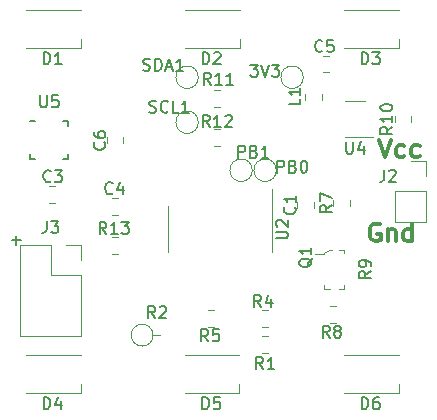
<source format=gbr>
%TF.GenerationSoftware,KiCad,Pcbnew,5.1.6*%
%TF.CreationDate,2020-10-24T08:35:36+02:00*%
%TF.ProjectId,MoCoBiBa_no_charger,4d6f436f-4269-4426-915f-6e6f5f636861,rev?*%
%TF.SameCoordinates,Original*%
%TF.FileFunction,Legend,Top*%
%TF.FilePolarity,Positive*%
%FSLAX46Y46*%
G04 Gerber Fmt 4.6, Leading zero omitted, Abs format (unit mm)*
G04 Created by KiCad (PCBNEW 5.1.6) date 2020-10-24 08:35:36*
%MOMM*%
%LPD*%
G01*
G04 APERTURE LIST*
%ADD10C,0.200000*%
%ADD11C,0.300000*%
%ADD12C,0.120000*%
%ADD13C,0.100000*%
%ADD14C,0.150000*%
G04 APERTURE END LIST*
D10*
X32131047Y-51887428D02*
X32892952Y-51887428D01*
X32512000Y-52268380D02*
X32512000Y-51506476D01*
D11*
X63297714Y-50558000D02*
X63154857Y-50486571D01*
X62940571Y-50486571D01*
X62726285Y-50558000D01*
X62583428Y-50700857D01*
X62512000Y-50843714D01*
X62440571Y-51129428D01*
X62440571Y-51343714D01*
X62512000Y-51629428D01*
X62583428Y-51772285D01*
X62726285Y-51915142D01*
X62940571Y-51986571D01*
X63083428Y-51986571D01*
X63297714Y-51915142D01*
X63369142Y-51843714D01*
X63369142Y-51343714D01*
X63083428Y-51343714D01*
X64012000Y-50986571D02*
X64012000Y-51986571D01*
X64012000Y-51129428D02*
X64083428Y-51058000D01*
X64226285Y-50986571D01*
X64440571Y-50986571D01*
X64583428Y-51058000D01*
X64654857Y-51200857D01*
X64654857Y-51986571D01*
X66012000Y-51986571D02*
X66012000Y-50486571D01*
X66012000Y-51915142D02*
X65869142Y-51986571D01*
X65583428Y-51986571D01*
X65440571Y-51915142D01*
X65369142Y-51843714D01*
X65297714Y-51700857D01*
X65297714Y-51272285D01*
X65369142Y-51129428D01*
X65440571Y-51058000D01*
X65583428Y-50986571D01*
X65869142Y-50986571D01*
X66012000Y-51058000D01*
X63238285Y-43374571D02*
X63738285Y-44874571D01*
X64238285Y-43374571D01*
X65381142Y-44803142D02*
X65238285Y-44874571D01*
X64952571Y-44874571D01*
X64809714Y-44803142D01*
X64738285Y-44731714D01*
X64666857Y-44588857D01*
X64666857Y-44160285D01*
X64738285Y-44017428D01*
X64809714Y-43946000D01*
X64952571Y-43874571D01*
X65238285Y-43874571D01*
X65381142Y-43946000D01*
X66666857Y-44803142D02*
X66524000Y-44874571D01*
X66238285Y-44874571D01*
X66095428Y-44803142D01*
X66024000Y-44731714D01*
X65952571Y-44588857D01*
X65952571Y-44160285D01*
X66024000Y-44017428D01*
X66095428Y-43946000D01*
X66238285Y-43874571D01*
X66524000Y-43874571D01*
X66666857Y-43946000D01*
D12*
%TO.C,R2*%
X44100000Y-59944000D02*
X44720000Y-59944000D01*
X44100000Y-59944000D02*
G75*
G03*
X44100000Y-59944000I-920000J0D01*
G01*
%TO.C,R1*%
X53846252Y-59996000D02*
X53323748Y-59996000D01*
X53846252Y-61416000D02*
X53323748Y-61416000D01*
%TO.C,3V3*%
X56830000Y-38100000D02*
G75*
G03*
X56830000Y-38100000I-950000J0D01*
G01*
%TO.C,SCL1*%
X47940000Y-41910000D02*
G75*
G03*
X47940000Y-41910000I-950000J0D01*
G01*
%TO.C,SDA1*%
X47940000Y-38100000D02*
G75*
G03*
X47940000Y-38100000I-950000J0D01*
G01*
%TO.C,PB1*%
X52512000Y-45974000D02*
G75*
G03*
X52512000Y-45974000I-950000J0D01*
G01*
%TO.C,PB0*%
X54544000Y-45974000D02*
G75*
G03*
X54544000Y-45974000I-950000J0D01*
G01*
%TO.C,C1*%
X56313000Y-48642748D02*
X56313000Y-49165252D01*
X57733000Y-48642748D02*
X57733000Y-49165252D01*
%TO.C,C5*%
X58454548Y-37692400D02*
X58977052Y-37692400D01*
X58454548Y-36272400D02*
X58977052Y-36272400D01*
%TO.C,C3*%
X35307748Y-48716000D02*
X35830252Y-48716000D01*
X35307748Y-47296000D02*
X35830252Y-47296000D01*
%TO.C,R12*%
X49800252Y-42470000D02*
X49277748Y-42470000D01*
X49800252Y-43890000D02*
X49277748Y-43890000D01*
%TO.C,R11*%
X49800252Y-39168000D02*
X49277748Y-39168000D01*
X49800252Y-40588000D02*
X49277748Y-40588000D01*
%TO.C,D6*%
X64908000Y-64846000D02*
X64908000Y-64046000D01*
X60258000Y-64846000D02*
X64908000Y-64846000D01*
X60258000Y-61646000D02*
X64908000Y-61646000D01*
%TO.C,D5*%
X51422000Y-64846000D02*
X51422000Y-64046000D01*
X46772000Y-64846000D02*
X51422000Y-64846000D01*
X46772000Y-61646000D02*
X51422000Y-61646000D01*
%TO.C,D1*%
X37984000Y-35636000D02*
X37984000Y-34836000D01*
X33334000Y-35636000D02*
X37984000Y-35636000D01*
X33334000Y-32436000D02*
X37984000Y-32436000D01*
%TO.C,C4*%
X40641748Y-49732000D02*
X41164252Y-49732000D01*
X40641748Y-48312000D02*
X41164252Y-48312000D01*
%TO.C,C6*%
X41604000Y-43181748D02*
X41604000Y-43704252D01*
X40184000Y-43181748D02*
X40184000Y-43704252D01*
%TO.C,D2*%
X46796000Y-32436000D02*
X51446000Y-32436000D01*
X46796000Y-35636000D02*
X51446000Y-35636000D01*
X51446000Y-35636000D02*
X51446000Y-34836000D01*
%TO.C,D3*%
X64908000Y-35636000D02*
X64908000Y-34836000D01*
X60258000Y-35636000D02*
X64908000Y-35636000D01*
X60258000Y-32436000D02*
X64908000Y-32436000D01*
%TO.C,D4*%
X33334000Y-61646000D02*
X37984000Y-61646000D01*
X33334000Y-64846000D02*
X37984000Y-64846000D01*
X37984000Y-64846000D02*
X37984000Y-64046000D01*
%TO.C,J2*%
X64583000Y-47752000D02*
X67243000Y-47752000D01*
X64583000Y-47752000D02*
X64583000Y-50352000D01*
X64583000Y-50352000D02*
X67243000Y-50352000D01*
X67243000Y-47752000D02*
X67243000Y-50352000D01*
X67243000Y-45152000D02*
X67243000Y-46482000D01*
X65913000Y-45152000D02*
X67243000Y-45152000D01*
%TO.C,J3*%
X32833000Y-52264000D02*
X35433000Y-52264000D01*
X32833000Y-52264000D02*
X32833000Y-60004000D01*
X32833000Y-60004000D02*
X38033000Y-60004000D01*
X38033000Y-54864000D02*
X38033000Y-60004000D01*
X35433000Y-54864000D02*
X38033000Y-54864000D01*
X35433000Y-52264000D02*
X35433000Y-54864000D01*
X38033000Y-52264000D02*
X38033000Y-53594000D01*
X36703000Y-52264000D02*
X38033000Y-52264000D01*
%TO.C,L1*%
X56998800Y-40046652D02*
X56998800Y-39524148D01*
X58418800Y-40046652D02*
X58418800Y-39524148D01*
D13*
%TO.C,Q1*%
X59261000Y-52706000D02*
X58986000Y-52706000D01*
X58986000Y-52706000D02*
X58611000Y-52981000D01*
X58611000Y-52981000D02*
X58611000Y-53031000D01*
X58611000Y-53031000D02*
X57836000Y-53031000D01*
X59086000Y-56006000D02*
X58611000Y-56006000D01*
X58611000Y-56006000D02*
X58611000Y-55656000D01*
X60261000Y-55781000D02*
X60261000Y-55656000D01*
X60261000Y-55706000D02*
X60261000Y-56006000D01*
X60261000Y-56006000D02*
X59811000Y-56006000D01*
X59886000Y-52706000D02*
X60261000Y-52706000D01*
X60261000Y-52706000D02*
X60261000Y-53006000D01*
D12*
%TO.C,R4*%
X53846252Y-59257000D02*
X53323748Y-59257000D01*
X53846252Y-57837000D02*
X53323748Y-57837000D01*
%TO.C,R5*%
X49274252Y-59257000D02*
X48751748Y-59257000D01*
X49274252Y-57837000D02*
X48751748Y-57837000D01*
%TO.C,R7*%
X60781000Y-48497748D02*
X60781000Y-49020252D01*
X59361000Y-48497748D02*
X59361000Y-49020252D01*
%TO.C,R8*%
X59056748Y-58876000D02*
X59579252Y-58876000D01*
X59056748Y-57456000D02*
X59579252Y-57456000D01*
%TO.C,R10*%
X64568000Y-41394748D02*
X64568000Y-41917252D01*
X65988000Y-41394748D02*
X65988000Y-41917252D01*
%TO.C,R13*%
X40641748Y-53034000D02*
X41164252Y-53034000D01*
X40641748Y-51614000D02*
X41164252Y-51614000D01*
%TO.C,U2*%
X45349000Y-50989000D02*
X45349000Y-52939000D01*
X45349000Y-50989000D02*
X45349000Y-49039000D01*
X54219000Y-50989000D02*
X54219000Y-52939000D01*
X54219000Y-50989000D02*
X54219000Y-47539000D01*
%TO.C,U4*%
X62094000Y-40096000D02*
X60334000Y-40096000D01*
X60334000Y-43166000D02*
X62764000Y-43166000D01*
D14*
%TO.C,U5*%
X33706000Y-45034000D02*
X33706000Y-44634000D01*
X33706000Y-45034000D02*
X34106000Y-45034000D01*
X36906000Y-45034000D02*
X36906000Y-44634000D01*
X36906000Y-45034000D02*
X36506000Y-45034000D01*
X36906000Y-41834000D02*
X36906000Y-42234000D01*
X36906000Y-41834000D02*
X36506000Y-41834000D01*
X33706000Y-41834000D02*
X34106000Y-41834000D01*
%TO.C,R2*%
X44283333Y-58476380D02*
X43950000Y-58000190D01*
X43711904Y-58476380D02*
X43711904Y-57476380D01*
X44092857Y-57476380D01*
X44188095Y-57524000D01*
X44235714Y-57571619D01*
X44283333Y-57666857D01*
X44283333Y-57809714D01*
X44235714Y-57904952D01*
X44188095Y-57952571D01*
X44092857Y-58000190D01*
X43711904Y-58000190D01*
X44664285Y-57571619D02*
X44711904Y-57524000D01*
X44807142Y-57476380D01*
X45045238Y-57476380D01*
X45140476Y-57524000D01*
X45188095Y-57571619D01*
X45235714Y-57666857D01*
X45235714Y-57762095D01*
X45188095Y-57904952D01*
X44616666Y-58476380D01*
X45235714Y-58476380D01*
%TO.C,R1*%
X53418333Y-62808380D02*
X53085000Y-62332190D01*
X52846904Y-62808380D02*
X52846904Y-61808380D01*
X53227857Y-61808380D01*
X53323095Y-61856000D01*
X53370714Y-61903619D01*
X53418333Y-61998857D01*
X53418333Y-62141714D01*
X53370714Y-62236952D01*
X53323095Y-62284571D01*
X53227857Y-62332190D01*
X52846904Y-62332190D01*
X54370714Y-62808380D02*
X53799285Y-62808380D01*
X54085000Y-62808380D02*
X54085000Y-61808380D01*
X53989761Y-61951238D01*
X53894523Y-62046476D01*
X53799285Y-62094095D01*
%TO.C,3V3*%
X52355904Y-37044380D02*
X52974952Y-37044380D01*
X52641619Y-37425333D01*
X52784476Y-37425333D01*
X52879714Y-37472952D01*
X52927333Y-37520571D01*
X52974952Y-37615809D01*
X52974952Y-37853904D01*
X52927333Y-37949142D01*
X52879714Y-37996761D01*
X52784476Y-38044380D01*
X52498761Y-38044380D01*
X52403523Y-37996761D01*
X52355904Y-37949142D01*
X53260666Y-37044380D02*
X53594000Y-38044380D01*
X53927333Y-37044380D01*
X54165428Y-37044380D02*
X54784476Y-37044380D01*
X54451142Y-37425333D01*
X54594000Y-37425333D01*
X54689238Y-37472952D01*
X54736857Y-37520571D01*
X54784476Y-37615809D01*
X54784476Y-37853904D01*
X54736857Y-37949142D01*
X54689238Y-37996761D01*
X54594000Y-38044380D01*
X54308285Y-38044380D01*
X54213047Y-37996761D01*
X54165428Y-37949142D01*
%TO.C,SCL1*%
X43799333Y-41044761D02*
X43942190Y-41092380D01*
X44180285Y-41092380D01*
X44275523Y-41044761D01*
X44323142Y-40997142D01*
X44370761Y-40901904D01*
X44370761Y-40806666D01*
X44323142Y-40711428D01*
X44275523Y-40663809D01*
X44180285Y-40616190D01*
X43989809Y-40568571D01*
X43894571Y-40520952D01*
X43846952Y-40473333D01*
X43799333Y-40378095D01*
X43799333Y-40282857D01*
X43846952Y-40187619D01*
X43894571Y-40140000D01*
X43989809Y-40092380D01*
X44227904Y-40092380D01*
X44370761Y-40140000D01*
X45370761Y-40997142D02*
X45323142Y-41044761D01*
X45180285Y-41092380D01*
X45085047Y-41092380D01*
X44942190Y-41044761D01*
X44846952Y-40949523D01*
X44799333Y-40854285D01*
X44751714Y-40663809D01*
X44751714Y-40520952D01*
X44799333Y-40330476D01*
X44846952Y-40235238D01*
X44942190Y-40140000D01*
X45085047Y-40092380D01*
X45180285Y-40092380D01*
X45323142Y-40140000D01*
X45370761Y-40187619D01*
X46275523Y-41092380D02*
X45799333Y-41092380D01*
X45799333Y-40092380D01*
X47132666Y-41092380D02*
X46561238Y-41092380D01*
X46846952Y-41092380D02*
X46846952Y-40092380D01*
X46751714Y-40235238D01*
X46656476Y-40330476D01*
X46561238Y-40378095D01*
%TO.C,SDA1*%
X43267523Y-37488761D02*
X43410380Y-37536380D01*
X43648476Y-37536380D01*
X43743714Y-37488761D01*
X43791333Y-37441142D01*
X43838952Y-37345904D01*
X43838952Y-37250666D01*
X43791333Y-37155428D01*
X43743714Y-37107809D01*
X43648476Y-37060190D01*
X43458000Y-37012571D01*
X43362761Y-36964952D01*
X43315142Y-36917333D01*
X43267523Y-36822095D01*
X43267523Y-36726857D01*
X43315142Y-36631619D01*
X43362761Y-36584000D01*
X43458000Y-36536380D01*
X43696095Y-36536380D01*
X43838952Y-36584000D01*
X44267523Y-37536380D02*
X44267523Y-36536380D01*
X44505619Y-36536380D01*
X44648476Y-36584000D01*
X44743714Y-36679238D01*
X44791333Y-36774476D01*
X44838952Y-36964952D01*
X44838952Y-37107809D01*
X44791333Y-37298285D01*
X44743714Y-37393523D01*
X44648476Y-37488761D01*
X44505619Y-37536380D01*
X44267523Y-37536380D01*
X45219904Y-37250666D02*
X45696095Y-37250666D01*
X45124666Y-37536380D02*
X45458000Y-36536380D01*
X45791333Y-37536380D01*
X46648476Y-37536380D02*
X46077047Y-37536380D01*
X46362761Y-37536380D02*
X46362761Y-36536380D01*
X46267523Y-36679238D01*
X46172285Y-36774476D01*
X46077047Y-36822095D01*
%TO.C,PB1*%
X51339904Y-44902380D02*
X51339904Y-43902380D01*
X51720857Y-43902380D01*
X51816095Y-43950000D01*
X51863714Y-43997619D01*
X51911333Y-44092857D01*
X51911333Y-44235714D01*
X51863714Y-44330952D01*
X51816095Y-44378571D01*
X51720857Y-44426190D01*
X51339904Y-44426190D01*
X52673238Y-44378571D02*
X52816095Y-44426190D01*
X52863714Y-44473809D01*
X52911333Y-44569047D01*
X52911333Y-44711904D01*
X52863714Y-44807142D01*
X52816095Y-44854761D01*
X52720857Y-44902380D01*
X52339904Y-44902380D01*
X52339904Y-43902380D01*
X52673238Y-43902380D01*
X52768476Y-43950000D01*
X52816095Y-43997619D01*
X52863714Y-44092857D01*
X52863714Y-44188095D01*
X52816095Y-44283333D01*
X52768476Y-44330952D01*
X52673238Y-44378571D01*
X52339904Y-44378571D01*
X53863714Y-44902380D02*
X53292285Y-44902380D01*
X53578000Y-44902380D02*
X53578000Y-43902380D01*
X53482761Y-44045238D01*
X53387523Y-44140476D01*
X53292285Y-44188095D01*
%TO.C,PB0*%
X54641904Y-46172380D02*
X54641904Y-45172380D01*
X55022857Y-45172380D01*
X55118095Y-45220000D01*
X55165714Y-45267619D01*
X55213333Y-45362857D01*
X55213333Y-45505714D01*
X55165714Y-45600952D01*
X55118095Y-45648571D01*
X55022857Y-45696190D01*
X54641904Y-45696190D01*
X55975238Y-45648571D02*
X56118095Y-45696190D01*
X56165714Y-45743809D01*
X56213333Y-45839047D01*
X56213333Y-45981904D01*
X56165714Y-46077142D01*
X56118095Y-46124761D01*
X56022857Y-46172380D01*
X55641904Y-46172380D01*
X55641904Y-45172380D01*
X55975238Y-45172380D01*
X56070476Y-45220000D01*
X56118095Y-45267619D01*
X56165714Y-45362857D01*
X56165714Y-45458095D01*
X56118095Y-45553333D01*
X56070476Y-45600952D01*
X55975238Y-45648571D01*
X55641904Y-45648571D01*
X56832380Y-45172380D02*
X56927619Y-45172380D01*
X57022857Y-45220000D01*
X57070476Y-45267619D01*
X57118095Y-45362857D01*
X57165714Y-45553333D01*
X57165714Y-45791428D01*
X57118095Y-45981904D01*
X57070476Y-46077142D01*
X57022857Y-46124761D01*
X56927619Y-46172380D01*
X56832380Y-46172380D01*
X56737142Y-46124761D01*
X56689523Y-46077142D01*
X56641904Y-45981904D01*
X56594285Y-45791428D01*
X56594285Y-45553333D01*
X56641904Y-45362857D01*
X56689523Y-45267619D01*
X56737142Y-45220000D01*
X56832380Y-45172380D01*
%TO.C,C1*%
X56084742Y-49087066D02*
X56132361Y-49134685D01*
X56179980Y-49277542D01*
X56179980Y-49372780D01*
X56132361Y-49515638D01*
X56037123Y-49610876D01*
X55941885Y-49658495D01*
X55751409Y-49706114D01*
X55608552Y-49706114D01*
X55418076Y-49658495D01*
X55322838Y-49610876D01*
X55227600Y-49515638D01*
X55179980Y-49372780D01*
X55179980Y-49277542D01*
X55227600Y-49134685D01*
X55275219Y-49087066D01*
X56179980Y-48134685D02*
X56179980Y-48706114D01*
X56179980Y-48420400D02*
X55179980Y-48420400D01*
X55322838Y-48515638D01*
X55418076Y-48610876D01*
X55465695Y-48706114D01*
%TO.C,C5*%
X58447533Y-35866342D02*
X58399914Y-35913961D01*
X58257057Y-35961580D01*
X58161819Y-35961580D01*
X58018961Y-35913961D01*
X57923723Y-35818723D01*
X57876104Y-35723485D01*
X57828485Y-35533009D01*
X57828485Y-35390152D01*
X57876104Y-35199676D01*
X57923723Y-35104438D01*
X58018961Y-35009200D01*
X58161819Y-34961580D01*
X58257057Y-34961580D01*
X58399914Y-35009200D01*
X58447533Y-35056819D01*
X59352295Y-34961580D02*
X58876104Y-34961580D01*
X58828485Y-35437771D01*
X58876104Y-35390152D01*
X58971342Y-35342533D01*
X59209438Y-35342533D01*
X59304676Y-35390152D01*
X59352295Y-35437771D01*
X59399914Y-35533009D01*
X59399914Y-35771104D01*
X59352295Y-35866342D01*
X59304676Y-35913961D01*
X59209438Y-35961580D01*
X58971342Y-35961580D01*
X58876104Y-35913961D01*
X58828485Y-35866342D01*
%TO.C,C3*%
X35444133Y-46889942D02*
X35396514Y-46937561D01*
X35253657Y-46985180D01*
X35158419Y-46985180D01*
X35015561Y-46937561D01*
X34920323Y-46842323D01*
X34872704Y-46747085D01*
X34825085Y-46556609D01*
X34825085Y-46413752D01*
X34872704Y-46223276D01*
X34920323Y-46128038D01*
X35015561Y-46032800D01*
X35158419Y-45985180D01*
X35253657Y-45985180D01*
X35396514Y-46032800D01*
X35444133Y-46080419D01*
X35777466Y-45985180D02*
X36396514Y-45985180D01*
X36063180Y-46366133D01*
X36206038Y-46366133D01*
X36301276Y-46413752D01*
X36348895Y-46461371D01*
X36396514Y-46556609D01*
X36396514Y-46794704D01*
X36348895Y-46889942D01*
X36301276Y-46937561D01*
X36206038Y-46985180D01*
X35920323Y-46985180D01*
X35825085Y-46937561D01*
X35777466Y-46889942D01*
%TO.C,R12*%
X48887142Y-42311580D02*
X48553809Y-41835390D01*
X48315714Y-42311580D02*
X48315714Y-41311580D01*
X48696666Y-41311580D01*
X48791904Y-41359200D01*
X48839523Y-41406819D01*
X48887142Y-41502057D01*
X48887142Y-41644914D01*
X48839523Y-41740152D01*
X48791904Y-41787771D01*
X48696666Y-41835390D01*
X48315714Y-41835390D01*
X49839523Y-42311580D02*
X49268095Y-42311580D01*
X49553809Y-42311580D02*
X49553809Y-41311580D01*
X49458571Y-41454438D01*
X49363333Y-41549676D01*
X49268095Y-41597295D01*
X50220476Y-41406819D02*
X50268095Y-41359200D01*
X50363333Y-41311580D01*
X50601428Y-41311580D01*
X50696666Y-41359200D01*
X50744285Y-41406819D01*
X50791904Y-41502057D01*
X50791904Y-41597295D01*
X50744285Y-41740152D01*
X50172857Y-42311580D01*
X50791904Y-42311580D01*
%TO.C,R11*%
X48988742Y-38730180D02*
X48655409Y-38253990D01*
X48417314Y-38730180D02*
X48417314Y-37730180D01*
X48798266Y-37730180D01*
X48893504Y-37777800D01*
X48941123Y-37825419D01*
X48988742Y-37920657D01*
X48988742Y-38063514D01*
X48941123Y-38158752D01*
X48893504Y-38206371D01*
X48798266Y-38253990D01*
X48417314Y-38253990D01*
X49941123Y-38730180D02*
X49369695Y-38730180D01*
X49655409Y-38730180D02*
X49655409Y-37730180D01*
X49560171Y-37873038D01*
X49464933Y-37968276D01*
X49369695Y-38015895D01*
X50893504Y-38730180D02*
X50322076Y-38730180D01*
X50607790Y-38730180D02*
X50607790Y-37730180D01*
X50512552Y-37873038D01*
X50417314Y-37968276D01*
X50322076Y-38015895D01*
%TO.C,D6*%
X61769904Y-66198380D02*
X61769904Y-65198380D01*
X62008000Y-65198380D01*
X62150857Y-65246000D01*
X62246095Y-65341238D01*
X62293714Y-65436476D01*
X62341333Y-65626952D01*
X62341333Y-65769809D01*
X62293714Y-65960285D01*
X62246095Y-66055523D01*
X62150857Y-66150761D01*
X62008000Y-66198380D01*
X61769904Y-66198380D01*
X63198476Y-65198380D02*
X63008000Y-65198380D01*
X62912761Y-65246000D01*
X62865142Y-65293619D01*
X62769904Y-65436476D01*
X62722285Y-65626952D01*
X62722285Y-66007904D01*
X62769904Y-66103142D01*
X62817523Y-66150761D01*
X62912761Y-66198380D01*
X63103238Y-66198380D01*
X63198476Y-66150761D01*
X63246095Y-66103142D01*
X63293714Y-66007904D01*
X63293714Y-65769809D01*
X63246095Y-65674571D01*
X63198476Y-65626952D01*
X63103238Y-65579333D01*
X62912761Y-65579333D01*
X62817523Y-65626952D01*
X62769904Y-65674571D01*
X62722285Y-65769809D01*
%TO.C,D5*%
X48283904Y-66198380D02*
X48283904Y-65198380D01*
X48522000Y-65198380D01*
X48664857Y-65246000D01*
X48760095Y-65341238D01*
X48807714Y-65436476D01*
X48855333Y-65626952D01*
X48855333Y-65769809D01*
X48807714Y-65960285D01*
X48760095Y-66055523D01*
X48664857Y-66150761D01*
X48522000Y-66198380D01*
X48283904Y-66198380D01*
X49760095Y-65198380D02*
X49283904Y-65198380D01*
X49236285Y-65674571D01*
X49283904Y-65626952D01*
X49379142Y-65579333D01*
X49617238Y-65579333D01*
X49712476Y-65626952D01*
X49760095Y-65674571D01*
X49807714Y-65769809D01*
X49807714Y-66007904D01*
X49760095Y-66103142D01*
X49712476Y-66150761D01*
X49617238Y-66198380D01*
X49379142Y-66198380D01*
X49283904Y-66150761D01*
X49236285Y-66103142D01*
%TO.C,D1*%
X34845904Y-36988380D02*
X34845904Y-35988380D01*
X35084000Y-35988380D01*
X35226857Y-36036000D01*
X35322095Y-36131238D01*
X35369714Y-36226476D01*
X35417333Y-36416952D01*
X35417333Y-36559809D01*
X35369714Y-36750285D01*
X35322095Y-36845523D01*
X35226857Y-36940761D01*
X35084000Y-36988380D01*
X34845904Y-36988380D01*
X36369714Y-36988380D02*
X35798285Y-36988380D01*
X36084000Y-36988380D02*
X36084000Y-35988380D01*
X35988761Y-36131238D01*
X35893523Y-36226476D01*
X35798285Y-36274095D01*
%TO.C,C4*%
X40676533Y-47905942D02*
X40628914Y-47953561D01*
X40486057Y-48001180D01*
X40390819Y-48001180D01*
X40247961Y-47953561D01*
X40152723Y-47858323D01*
X40105104Y-47763085D01*
X40057485Y-47572609D01*
X40057485Y-47429752D01*
X40105104Y-47239276D01*
X40152723Y-47144038D01*
X40247961Y-47048800D01*
X40390819Y-47001180D01*
X40486057Y-47001180D01*
X40628914Y-47048800D01*
X40676533Y-47096419D01*
X41533676Y-47334514D02*
X41533676Y-48001180D01*
X41295580Y-46953561D02*
X41057485Y-47667847D01*
X41676533Y-47667847D01*
%TO.C,C6*%
X39981142Y-43600666D02*
X40028761Y-43648285D01*
X40076380Y-43791142D01*
X40076380Y-43886380D01*
X40028761Y-44029238D01*
X39933523Y-44124476D01*
X39838285Y-44172095D01*
X39647809Y-44219714D01*
X39504952Y-44219714D01*
X39314476Y-44172095D01*
X39219238Y-44124476D01*
X39124000Y-44029238D01*
X39076380Y-43886380D01*
X39076380Y-43791142D01*
X39124000Y-43648285D01*
X39171619Y-43600666D01*
X39076380Y-42743523D02*
X39076380Y-42934000D01*
X39124000Y-43029238D01*
X39171619Y-43076857D01*
X39314476Y-43172095D01*
X39504952Y-43219714D01*
X39885904Y-43219714D01*
X39981142Y-43172095D01*
X40028761Y-43124476D01*
X40076380Y-43029238D01*
X40076380Y-42838761D01*
X40028761Y-42743523D01*
X39981142Y-42695904D01*
X39885904Y-42648285D01*
X39647809Y-42648285D01*
X39552571Y-42695904D01*
X39504952Y-42743523D01*
X39457333Y-42838761D01*
X39457333Y-43029238D01*
X39504952Y-43124476D01*
X39552571Y-43172095D01*
X39647809Y-43219714D01*
%TO.C,D2*%
X48307904Y-36988380D02*
X48307904Y-35988380D01*
X48546000Y-35988380D01*
X48688857Y-36036000D01*
X48784095Y-36131238D01*
X48831714Y-36226476D01*
X48879333Y-36416952D01*
X48879333Y-36559809D01*
X48831714Y-36750285D01*
X48784095Y-36845523D01*
X48688857Y-36940761D01*
X48546000Y-36988380D01*
X48307904Y-36988380D01*
X49260285Y-36083619D02*
X49307904Y-36036000D01*
X49403142Y-35988380D01*
X49641238Y-35988380D01*
X49736476Y-36036000D01*
X49784095Y-36083619D01*
X49831714Y-36178857D01*
X49831714Y-36274095D01*
X49784095Y-36416952D01*
X49212666Y-36988380D01*
X49831714Y-36988380D01*
%TO.C,D3*%
X61769904Y-36988380D02*
X61769904Y-35988380D01*
X62008000Y-35988380D01*
X62150857Y-36036000D01*
X62246095Y-36131238D01*
X62293714Y-36226476D01*
X62341333Y-36416952D01*
X62341333Y-36559809D01*
X62293714Y-36750285D01*
X62246095Y-36845523D01*
X62150857Y-36940761D01*
X62008000Y-36988380D01*
X61769904Y-36988380D01*
X62674666Y-35988380D02*
X63293714Y-35988380D01*
X62960380Y-36369333D01*
X63103238Y-36369333D01*
X63198476Y-36416952D01*
X63246095Y-36464571D01*
X63293714Y-36559809D01*
X63293714Y-36797904D01*
X63246095Y-36893142D01*
X63198476Y-36940761D01*
X63103238Y-36988380D01*
X62817523Y-36988380D01*
X62722285Y-36940761D01*
X62674666Y-36893142D01*
%TO.C,D4*%
X34845904Y-66198380D02*
X34845904Y-65198380D01*
X35084000Y-65198380D01*
X35226857Y-65246000D01*
X35322095Y-65341238D01*
X35369714Y-65436476D01*
X35417333Y-65626952D01*
X35417333Y-65769809D01*
X35369714Y-65960285D01*
X35322095Y-66055523D01*
X35226857Y-66150761D01*
X35084000Y-66198380D01*
X34845904Y-66198380D01*
X36274476Y-65531714D02*
X36274476Y-66198380D01*
X36036380Y-65150761D02*
X35798285Y-65865047D01*
X36417333Y-65865047D01*
%TO.C,J2*%
X63674666Y-45934380D02*
X63674666Y-46648666D01*
X63627047Y-46791523D01*
X63531809Y-46886761D01*
X63388952Y-46934380D01*
X63293714Y-46934380D01*
X64103238Y-46029619D02*
X64150857Y-45982000D01*
X64246095Y-45934380D01*
X64484190Y-45934380D01*
X64579428Y-45982000D01*
X64627047Y-46029619D01*
X64674666Y-46124857D01*
X64674666Y-46220095D01*
X64627047Y-46362952D01*
X64055619Y-46934380D01*
X64674666Y-46934380D01*
%TO.C,J3*%
X35099666Y-50276380D02*
X35099666Y-50990666D01*
X35052047Y-51133523D01*
X34956809Y-51228761D01*
X34813952Y-51276380D01*
X34718714Y-51276380D01*
X35480619Y-50276380D02*
X36099666Y-50276380D01*
X35766333Y-50657333D01*
X35909190Y-50657333D01*
X36004428Y-50704952D01*
X36052047Y-50752571D01*
X36099666Y-50847809D01*
X36099666Y-51085904D01*
X36052047Y-51181142D01*
X36004428Y-51228761D01*
X35909190Y-51276380D01*
X35623476Y-51276380D01*
X35528238Y-51228761D01*
X35480619Y-51181142D01*
%TO.C,L1*%
X56586380Y-39901266D02*
X56586380Y-40377457D01*
X55586380Y-40377457D01*
X56586380Y-39044123D02*
X56586380Y-39615552D01*
X56586380Y-39329838D02*
X55586380Y-39329838D01*
X55729238Y-39425076D01*
X55824476Y-39520314D01*
X55872095Y-39615552D01*
%TO.C,Q1*%
X57570619Y-53435238D02*
X57523000Y-53530476D01*
X57427761Y-53625714D01*
X57284904Y-53768571D01*
X57237285Y-53863809D01*
X57237285Y-53959047D01*
X57475380Y-53911428D02*
X57427761Y-54006666D01*
X57332523Y-54101904D01*
X57142047Y-54149523D01*
X56808714Y-54149523D01*
X56618238Y-54101904D01*
X56523000Y-54006666D01*
X56475380Y-53911428D01*
X56475380Y-53720952D01*
X56523000Y-53625714D01*
X56618238Y-53530476D01*
X56808714Y-53482857D01*
X57142047Y-53482857D01*
X57332523Y-53530476D01*
X57427761Y-53625714D01*
X57475380Y-53720952D01*
X57475380Y-53911428D01*
X57475380Y-52530476D02*
X57475380Y-53101904D01*
X57475380Y-52816190D02*
X56475380Y-52816190D01*
X56618238Y-52911428D01*
X56713476Y-53006666D01*
X56761095Y-53101904D01*
%TO.C,R4*%
X53249533Y-57551580D02*
X52916200Y-57075390D01*
X52678104Y-57551580D02*
X52678104Y-56551580D01*
X53059057Y-56551580D01*
X53154295Y-56599200D01*
X53201914Y-56646819D01*
X53249533Y-56742057D01*
X53249533Y-56884914D01*
X53201914Y-56980152D01*
X53154295Y-57027771D01*
X53059057Y-57075390D01*
X52678104Y-57075390D01*
X54106676Y-56884914D02*
X54106676Y-57551580D01*
X53868580Y-56503961D02*
X53630485Y-57218247D01*
X54249533Y-57218247D01*
%TO.C,R5*%
X48779133Y-60447180D02*
X48445800Y-59970990D01*
X48207704Y-60447180D02*
X48207704Y-59447180D01*
X48588657Y-59447180D01*
X48683895Y-59494800D01*
X48731514Y-59542419D01*
X48779133Y-59637657D01*
X48779133Y-59780514D01*
X48731514Y-59875752D01*
X48683895Y-59923371D01*
X48588657Y-59970990D01*
X48207704Y-59970990D01*
X49683895Y-59447180D02*
X49207704Y-59447180D01*
X49160085Y-59923371D01*
X49207704Y-59875752D01*
X49302942Y-59828133D01*
X49541038Y-59828133D01*
X49636276Y-59875752D01*
X49683895Y-59923371D01*
X49731514Y-60018609D01*
X49731514Y-60256704D01*
X49683895Y-60351942D01*
X49636276Y-60399561D01*
X49541038Y-60447180D01*
X49302942Y-60447180D01*
X49207704Y-60399561D01*
X49160085Y-60351942D01*
%TO.C,R7*%
X59227980Y-48934666D02*
X58751790Y-49268000D01*
X59227980Y-49506095D02*
X58227980Y-49506095D01*
X58227980Y-49125142D01*
X58275600Y-49029904D01*
X58323219Y-48982285D01*
X58418457Y-48934666D01*
X58561314Y-48934666D01*
X58656552Y-48982285D01*
X58704171Y-49029904D01*
X58751790Y-49125142D01*
X58751790Y-49506095D01*
X58227980Y-48601333D02*
X58227980Y-47934666D01*
X59227980Y-48363238D01*
%TO.C,R8*%
X59066133Y-60142380D02*
X58732800Y-59666190D01*
X58494704Y-60142380D02*
X58494704Y-59142380D01*
X58875657Y-59142380D01*
X58970895Y-59190000D01*
X59018514Y-59237619D01*
X59066133Y-59332857D01*
X59066133Y-59475714D01*
X59018514Y-59570952D01*
X58970895Y-59618571D01*
X58875657Y-59666190D01*
X58494704Y-59666190D01*
X59637561Y-59570952D02*
X59542323Y-59523333D01*
X59494704Y-59475714D01*
X59447085Y-59380476D01*
X59447085Y-59332857D01*
X59494704Y-59237619D01*
X59542323Y-59190000D01*
X59637561Y-59142380D01*
X59828038Y-59142380D01*
X59923276Y-59190000D01*
X59970895Y-59237619D01*
X60018514Y-59332857D01*
X60018514Y-59380476D01*
X59970895Y-59475714D01*
X59923276Y-59523333D01*
X59828038Y-59570952D01*
X59637561Y-59570952D01*
X59542323Y-59618571D01*
X59494704Y-59666190D01*
X59447085Y-59761428D01*
X59447085Y-59951904D01*
X59494704Y-60047142D01*
X59542323Y-60094761D01*
X59637561Y-60142380D01*
X59828038Y-60142380D01*
X59923276Y-60094761D01*
X59970895Y-60047142D01*
X60018514Y-59951904D01*
X60018514Y-59761428D01*
X59970895Y-59666190D01*
X59923276Y-59618571D01*
X59828038Y-59570952D01*
%TO.C,R9*%
X62526380Y-54522666D02*
X62050190Y-54856000D01*
X62526380Y-55094095D02*
X61526380Y-55094095D01*
X61526380Y-54713142D01*
X61574000Y-54617904D01*
X61621619Y-54570285D01*
X61716857Y-54522666D01*
X61859714Y-54522666D01*
X61954952Y-54570285D01*
X62002571Y-54617904D01*
X62050190Y-54713142D01*
X62050190Y-55094095D01*
X62526380Y-54046476D02*
X62526380Y-53856000D01*
X62478761Y-53760761D01*
X62431142Y-53713142D01*
X62288285Y-53617904D01*
X62097809Y-53570285D01*
X61716857Y-53570285D01*
X61621619Y-53617904D01*
X61574000Y-53665523D01*
X61526380Y-53760761D01*
X61526380Y-53951238D01*
X61574000Y-54046476D01*
X61621619Y-54094095D01*
X61716857Y-54141714D01*
X61954952Y-54141714D01*
X62050190Y-54094095D01*
X62097809Y-54046476D01*
X62145428Y-53951238D01*
X62145428Y-53760761D01*
X62097809Y-53665523D01*
X62050190Y-53617904D01*
X61954952Y-53570285D01*
%TO.C,R10*%
X64358780Y-42298857D02*
X63882590Y-42632190D01*
X64358780Y-42870285D02*
X63358780Y-42870285D01*
X63358780Y-42489333D01*
X63406400Y-42394095D01*
X63454019Y-42346476D01*
X63549257Y-42298857D01*
X63692114Y-42298857D01*
X63787352Y-42346476D01*
X63834971Y-42394095D01*
X63882590Y-42489333D01*
X63882590Y-42870285D01*
X64358780Y-41346476D02*
X64358780Y-41917904D01*
X64358780Y-41632190D02*
X63358780Y-41632190D01*
X63501638Y-41727428D01*
X63596876Y-41822666D01*
X63644495Y-41917904D01*
X63358780Y-40727428D02*
X63358780Y-40632190D01*
X63406400Y-40536952D01*
X63454019Y-40489333D01*
X63549257Y-40441714D01*
X63739733Y-40394095D01*
X63977828Y-40394095D01*
X64168304Y-40441714D01*
X64263542Y-40489333D01*
X64311161Y-40536952D01*
X64358780Y-40632190D01*
X64358780Y-40727428D01*
X64311161Y-40822666D01*
X64263542Y-40870285D01*
X64168304Y-40917904D01*
X63977828Y-40965523D01*
X63739733Y-40965523D01*
X63549257Y-40917904D01*
X63454019Y-40870285D01*
X63406400Y-40822666D01*
X63358780Y-40727428D01*
%TO.C,R13*%
X40149542Y-51353980D02*
X39816209Y-50877790D01*
X39578114Y-51353980D02*
X39578114Y-50353980D01*
X39959066Y-50353980D01*
X40054304Y-50401600D01*
X40101923Y-50449219D01*
X40149542Y-50544457D01*
X40149542Y-50687314D01*
X40101923Y-50782552D01*
X40054304Y-50830171D01*
X39959066Y-50877790D01*
X39578114Y-50877790D01*
X41101923Y-51353980D02*
X40530495Y-51353980D01*
X40816209Y-51353980D02*
X40816209Y-50353980D01*
X40720971Y-50496838D01*
X40625733Y-50592076D01*
X40530495Y-50639695D01*
X41435257Y-50353980D02*
X42054304Y-50353980D01*
X41720971Y-50734933D01*
X41863828Y-50734933D01*
X41959066Y-50782552D01*
X42006685Y-50830171D01*
X42054304Y-50925409D01*
X42054304Y-51163504D01*
X42006685Y-51258742D01*
X41959066Y-51306361D01*
X41863828Y-51353980D01*
X41578114Y-51353980D01*
X41482876Y-51306361D01*
X41435257Y-51258742D01*
%TO.C,U2*%
X54516380Y-51750904D02*
X55325904Y-51750904D01*
X55421142Y-51703285D01*
X55468761Y-51655666D01*
X55516380Y-51560428D01*
X55516380Y-51369952D01*
X55468761Y-51274714D01*
X55421142Y-51227095D01*
X55325904Y-51179476D01*
X54516380Y-51179476D01*
X54611619Y-50750904D02*
X54564000Y-50703285D01*
X54516380Y-50608047D01*
X54516380Y-50369952D01*
X54564000Y-50274714D01*
X54611619Y-50227095D01*
X54706857Y-50179476D01*
X54802095Y-50179476D01*
X54944952Y-50227095D01*
X55516380Y-50798523D01*
X55516380Y-50179476D01*
%TO.C,U4*%
X60452095Y-43558380D02*
X60452095Y-44367904D01*
X60499714Y-44463142D01*
X60547333Y-44510761D01*
X60642571Y-44558380D01*
X60833047Y-44558380D01*
X60928285Y-44510761D01*
X60975904Y-44463142D01*
X61023523Y-44367904D01*
X61023523Y-43558380D01*
X61928285Y-43891714D02*
X61928285Y-44558380D01*
X61690190Y-43510761D02*
X61452095Y-44225047D01*
X62071142Y-44225047D01*
%TO.C,U5*%
X34544095Y-39636380D02*
X34544095Y-40445904D01*
X34591714Y-40541142D01*
X34639333Y-40588761D01*
X34734571Y-40636380D01*
X34925047Y-40636380D01*
X35020285Y-40588761D01*
X35067904Y-40541142D01*
X35115523Y-40445904D01*
X35115523Y-39636380D01*
X36067904Y-39636380D02*
X35591714Y-39636380D01*
X35544095Y-40112571D01*
X35591714Y-40064952D01*
X35686952Y-40017333D01*
X35925047Y-40017333D01*
X36020285Y-40064952D01*
X36067904Y-40112571D01*
X36115523Y-40207809D01*
X36115523Y-40445904D01*
X36067904Y-40541142D01*
X36020285Y-40588761D01*
X35925047Y-40636380D01*
X35686952Y-40636380D01*
X35591714Y-40588761D01*
X35544095Y-40541142D01*
%TD*%
M02*

</source>
